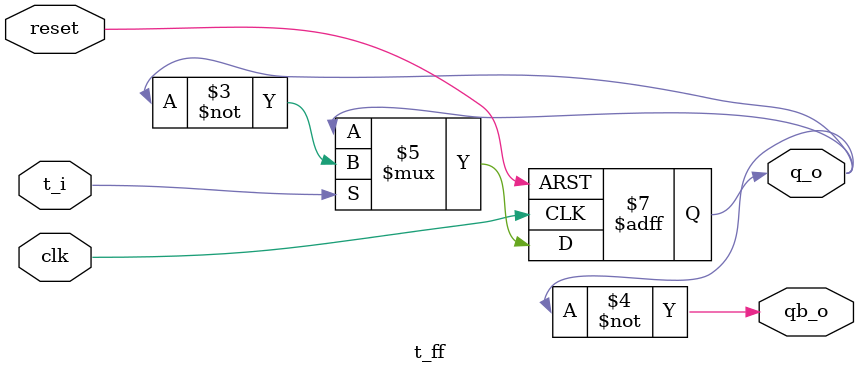
<source format=v>
module t_ff(clk,reset,t_i,q_o,qb_o);
input clk,reset,t_i;
output q_o,qb_o;
reg q_o;
always@ (posedge clk or negedge reset)
begin
	if (~reset)
	   q_o <=0;
	else
	   if(t_i)
	   q_o <=~q_o;
end
assign qb_o =~ q_o;
endmodule
</source>
